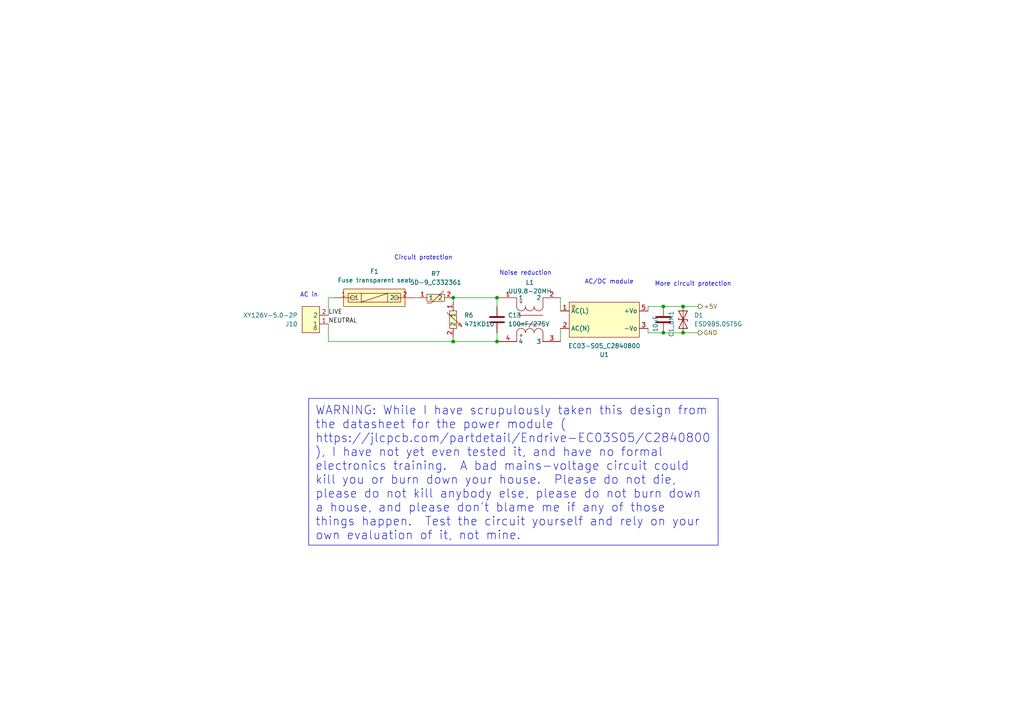
<source format=kicad_sch>
(kicad_sch (version 20230121) (generator eeschema)
  (paper "A4")
  (lib_symbols
    (symbol "Device:C" (pin_numbers hide) (pin_names (offset 0.254))
      (property "Reference" "C" (at 0.635 2.54 0))
      (property "Value" "C" (at 0.635 -2.54 0))
      (symbol "C_0_1"
        (polyline (pts (xy -2.032 -0.762) (xy 2.032 -0.762)) (stroke (width 0.508)))
        (polyline (pts (xy -2.032 0.762) (xy 2.032 0.762)) (stroke (width 0.508)))
      )
      (symbol "C_1_1"
        (pin passive line (at 0 3.81 270) (length 2.794) (name "~") (number "1"))
        (pin passive line (at 0 -3.81 90) (length 2.794) (name "~") (number "2"))
      )
    )
    (symbol "Diode:ESD9B5.0ST5G" (pin_numbers hide) (pin_names (offset 1.016) hide)
      (property "Reference" "D" (at 0 2.54 0))
      (property "Value" "ESD9B5.0ST5G" (at 0 -2.54 0))
      (symbol "ESD9B5.0ST5G_0_1"
        (polyline (pts (xy 1.27 0) (xy -1.27 0)))
        (polyline (pts (xy -2.54 -1.27) (xy 0 0) (xy -2.54 1.27) (xy -2.54 -1.27)) (stroke (width 0.2032)))
        (polyline (pts (xy 0.508 1.27) (xy 0 1.27) (xy 0 -1.27) (xy -0.508 -1.27)) (stroke (width 0.2032)))
        (polyline (pts (xy 2.54 1.27) (xy 2.54 -1.27) (xy 0 0) (xy 2.54 1.27)) (stroke (width 0.2032)))
      )
      (symbol "ESD9B5.0ST5G_1_1"
        (pin passive line (at -3.81 0 0) (length 2.54) (name "A1") (number "1"))
        (pin passive line (at 3.81 0 180) (length 2.54) (name "A2") (number "2"))
      )
    )
    (symbol "easyeda2kicad:471KD10"
      (property "Reference" "R" (at 0 5.08 0))
      (property "Value" "471KD10" (at 0 -5.08 0))
      (symbol "471KD10_0_1"
        (rectangle (start -2.54 1.02) (end 2.54 -1.02) (fill (type background)))
        (polyline (pts (xy 1.52 2.03) (xy -2.03 -1.78)))
        (polyline (pts (xy 1.02 2.03) (xy 2.03 2.54) (xy 1.52 1.52) (xy 1.02 2.03)) (fill (type background)))
        (pin unspecified line (at -5.08 0 0) (length 2.54) (name "1") (number "1"))
        (pin unspecified line (at 5.08 0 180) (length 2.54) (name "2") (number "2"))
      )
    )
    (symbol "easyeda2kicad:5D-9_C332361"
      (property "Reference" "R" (at 0 5.08 0))
      (property "Value" "5D-9_C332361" (at 0 -5.08 0))
      (symbol "5D-9_C332361_0_1"
        (rectangle (start -2.54 1.02) (end 2.54 -1.02) (fill (type background)))
        (polyline (pts (xy -2.54 -1.52) (xy -1.27 -1.52) (xy 2.29 2.03)))
        (pin input line (at -5.08 0 0) (length 2.54) (name "1") (number "1"))
        (pin input line (at 5.08 0 180) (length 2.54) (name "2") (number "2"))
      )
    )
    (symbol "easyeda2kicad:EC03-S05_C2840800"
      (property "Reference" "U" (at 0 7.62 0))
      (property "Value" "EC03-S05_C2840800" (at 0 -7.62 0))
      (symbol "EC03-S05_C2840800_0_1"
        (rectangle (start -10.16 5.08) (end 10.16 -5.08) (fill (type background)))
        (circle (center -8.89 3.81) (radius 0.38))
        (pin unspecified line (at -12.7 2.54 0) (length 2.54) (name "AC(L)") (number "1"))
        (pin unspecified line (at -12.7 -2.54 0) (length 2.54) (name "AC(N)") (number "2"))
        (pin unspecified line (at 12.7 -2.54 180) (length 2.54) (name "-Vo") (number "3"))
        (pin unspecified line (at 12.7 2.54 180) (length 2.54) (name "+Vo") (number "5"))
      )
    )
    (symbol "easyeda2kicad:Fusetransparentseat"
      (property "Reference" "F" (at 0 5.08 0))
      (property "Value" "Fuse transparent seat" (at 0 -5.08 0))
      (symbol "Fusetransparentseat_0_1"
        (rectangle (start -8.89 2.54) (end 8.89 -2.54) (fill (type background)))
        (rectangle (start -7.62 1.27) (end 7.62 -1.27) (fill (type background)))
        (circle (center -6.35 0) (radius 0.64))
        (polyline (pts (xy -3.81 1.27) (xy -3.81 -1.27)))
        (polyline (pts (xy 3.81 1.27) (xy -3.81 -1.27)))
        (polyline (pts (xy 3.81 1.27) (xy 3.81 -1.27)))
        (circle (center 6.35 0) (radius 0.64))
        (pin unspecified line (at -11.43 0 0) (length 5.08) (name "1") (number "1"))
        (pin unspecified line (at 11.43 0 180) (length 5.08) (name "2") (number "2"))
      )
    )
    (symbol "easyeda2kicad:UU9.8-20MH"
      (property "Reference" "L" (at 0 10.16 0))
      (property "Value" "UU9.8-20MH" (at 0 -12.7 0))
      (symbol "UU9.8-20MH_0_1"
        (arc (start -5.08 2.539) (mid -3.81 1.27) (end -2.54 2.539))
        (circle (center -3.81 -5.84) (radius 0.25))
        (circle (center -3.81 3.81) (radius 0.25))
        (arc (start -2.54 -5.079) (mid -3.81 -3.81) (end -5.08 -5.079))
        (arc (start -2.54 2.539) (mid -1.27 1.27) (end 0 2.539))
        (arc (start 0 -5.079) (mid -1.27 -3.81) (end -2.54 -5.079))
        (polyline (pts (xy -5.08 -7.62) (xy -5.08 -5.08)))
        (polyline (pts (xy -5.08 -2.54) (xy 2.54 -2.54)))
        (polyline (pts (xy -5.08 0) (xy 2.54 0)))
        (polyline (pts (xy -5.08 5.08) (xy -5.08 2.54)))
        (polyline (pts (xy 2.54 -7.62) (xy 2.54 -5.08)))
        (polyline (pts (xy 2.54 5.08) (xy 2.54 2.54)))
        (arc (start 0 2.539) (mid 1.27 1.27) (end 2.54 2.539))
        (arc (start 2.54 -5.079) (mid 1.27 -3.81) (end 0 -5.079))
        (pin unspecified line (at -10.16 5.08 0) (length 5.08) (name "1") (number "1"))
        (pin unspecified line (at 7.62 5.08 180) (length 5.08) (name "2") (number "2"))
        (pin unspecified line (at 7.62 -7.62 180) (length 5.08) (name "3") (number "3"))
        (pin unspecified line (at -10.16 -7.62 0) (length 5.08) (name "4") (number "4"))
      )
    )
    (symbol "easyeda2kicad:XY126V-5.0-2P"
      (property "Reference" "U" (at 0 6.35 0))
      (property "Value" "XY126V-5.0-2P" (at 0 -6.35 0))
      (symbol "XY126V-5.0-2P_0_1"
        (rectangle (start -2.54 3.81) (end 2.54 -3.81) (fill (type background)))
        (circle (center -1.27 2.54) (radius 0.38))
        (pin unspecified line (at -5.08 1.27 0) (length 2.54) (name "1") (number "1"))
        (pin unspecified line (at -5.08 -1.27 0) (length 2.54) (name "2") (number "2"))
      )
    )
  )
  (junction (at 144.145 86.36))
  (junction (at 192.405 88.9))
  (junction (at 198.12 96.52))
  (junction (at 198.12 88.9))
  (junction (at 144.145 99.06))
  (junction (at 131.445 86.36))
  (junction (at 131.445 99.06))
  (junction (at 192.405 96.52))
  (wire (pts (xy 162.56 95.25) (xy 162.56 99.06)))
  (wire (pts (xy 95.25 93.98) (xy 95.25 99.06)))
  (wire (pts (xy 162.56 86.36) (xy 162.56 90.17)))
  (wire (pts (xy 131.445 86.36) (xy 131.445 87.63)))
  (wire (pts (xy 187.96 95.25) (xy 187.96 96.52)))
  (wire (pts (xy 192.405 88.9) (xy 198.12 88.9)))
  (wire (pts (xy 95.25 99.06) (xy 131.445 99.06)))
  (wire (pts (xy 187.96 88.9) (xy 192.405 88.9)))
  (wire (pts (xy 144.78 86.36) (xy 144.145 86.36)))
  (wire (pts (xy 187.96 90.17) (xy 187.96 88.9)))
  (wire (pts (xy 144.78 99.06) (xy 144.145 99.06)))
  (wire (pts (xy 121.285 86.36) (xy 120.015 86.36)))
  (wire (pts (xy 198.12 88.9) (xy 202.565 88.9)))
  (wire (pts (xy 144.145 96.52) (xy 144.145 99.06)))
  (wire (pts (xy 144.145 86.36) (xy 131.445 86.36)))
  (wire (pts (xy 198.12 96.52) (xy 202.565 96.52)))
  (wire (pts (xy 187.96 96.52) (xy 192.405 96.52)))
  (wire (pts (xy 95.25 86.36) (xy 97.155 86.36)))
  (wire (pts (xy 131.445 99.06) (xy 131.445 97.79)))
  (wire (pts (xy 192.405 96.52) (xy 198.12 96.52)))
  (wire (pts (xy 144.145 99.06) (xy 131.445 99.06)))
  (wire (pts (xy 95.25 86.36) (xy 95.25 91.44)))
  (wire (pts (xy 144.145 86.36) (xy 144.145 88.9)))
  (text_box "WARNING: While I have scrupulously taken this design from the datasheet for the power module ( https://jlcpcb.com/partdetail/Endrive-EC03S05/C2840800 ), I have not yet even tested it, and have no formal electronics training.  A bad mains-voltage circuit could kill you or burn down your house.  Please do not die, please do not kill anybody else, please do not burn down a house, and please don't blame me if any of those things happen.  Test the circuit yourself and rely on your own evaluation of it, not mine." (at 89.535 115.57 0) (size 118.745 42.545) (effects (font (size 2.5 2.5)) (justify left top)))
  (text "AC in" (at 86.995 86.36 0) (effects (font (size 1.27 1.27)) (justify left bottom)))
  (text "AC/DC module" (at 169.545 82.55 0) (effects (font (size 1.27 1.27)) (justify left bottom)))
  (text "More circuit protection" (at 189.865 83.185 0) (effects (font (size 1.27 1.27)) (justify left bottom)))
  (text "Circuit protection" (at 114.3 75.565 0) (effects (font (size 1.27 1.27)) (justify left bottom)))
  (text "Noise reduction" (at 144.78 80.01 0) (effects (font (size 1.27 1.27)) (justify left bottom)))
  (label "LIVE" (at 95.25 91.44 0))
  (label "NEUTRAL" (at 95.25 93.98 0))
  (hierarchical_label "+5V" (shape output) (at 202.565 88.9 0))
  (hierarchical_label "GND" (shape output) (at 202.565 96.52 0))
  (symbol (lib_id "easyeda2kicad:UU9.8-20MH") (at 154.94 91.44 0) (unit 1)
    (property "Reference" "L1" (at 153.67 81.915 0))
    (property "Value" "UU9.8-20MH" (at 153.67 84.455 0))
    (property "Footprint" "easyeda2kicad:FILTER-TH_4P-L17.0-W12.0-P7.00-D0.6-S8.00" (effects hide))
    (property "Datasheet" "https://lcsc.com/product-detail/Common-Mode-Chokes-Filters_Guangdong-Fenghua-Advanced-Tech-UU9-8-20mH_C164623.html" (effects hide))
    (property "LCSC Part" "C164623" (effects hide))
    (instances (project "kiln_controller" (path "" (reference "L1") (unit 1))) (project "kicad_deps" (path "" (reference "L1_M5V1") (unit 1))))
  )
  (symbol (lib_id "easyeda2kicad:Fusetransparentseat") (at 108.585 86.36 0) (unit 1)
    (property "Reference" "F1" (at 108.585 78.74 0))
    (property "Value" "Fuse transparent seat" (at 108.585 81.28 0))
    (property "Footprint" "easyeda2kicad:FUSE-TH_L24.5-W9.8-P22.5" (effects hide))
    (property "Datasheet" "https://lcsc.com/product-detail/Fuseholders_Fuse-transparent-seat_C58066.html" (effects hide))
    (property "MFR" "C58066" (effects hide))
    (property "LCSC" "C58066" (effects hide))
    (property "Description" "-  Fuse Holders ROHS" (effects hide))
    (property "URL" "https://jlcpcb.com/partdetail/XuchengElec-C58066/C58066" (effects hide))
    (instances (project "kiln_controller" (path "" (reference "F1") (unit 1))) (project "kicad_deps" (path "" (reference "F1_M5V1") (unit 1))))
  )
  (symbol (lib_id "easyeda2kicad:5D-9_C332361") (at 126.365 86.36 0) (unit 1)
    (property "Reference" "R7" (at 126.365 79.375 0))
    (property "Value" "5D-9_C332361" (at 126.365 81.915 0))
    (property "Footprint" "easyeda2kicad:RES-TH_L11.0-W5.5-P7.50-D0.8-S5.50" (effects hide))
    (property "Datasheet" "https://lcsc.com/product-detail/Others_Hongzhi-Elec-5D-9_C332361.html" (effects hide))
    (property "MFR" "5D-9" (effects hide))
    (property "LCSC" "C332361" (effects hide))
    (property "Description" "5Ω 3A 2700K Plugin,P=7.5mm  NTC Thermistors ROHS" (effects hide))
    (property "URL" "https://jlcpcb.com/partdetail/HongzhiElec-5D9/C332361" (effects hide))
    (instances (project "kiln_controller" (path "" (reference "R7") (unit 1))) (project "kicad_deps" (path "" (reference "R1_M5V1") (unit 1))))
  )
  (symbol (lib_id "easyeda2kicad:471KD10") (at 131.445 92.71 270) (unit 1)
    (property "Reference" "R6" (at 134.62 91.44 90) (effects (justify left)))
    (property "Value" "471KD10" (at 134.62 93.98 90) (effects (justify left)))
    (property "Footprint" "easyeda2kicad:RES-TH_L12.5-W4.8-P7.50-D1.2-S3.40" (effects hide))
    (property "Datasheet" "https://lcsc.com/product-detail/Varistors_471KD10_C78346.html" (effects hide))
    (property "MFR" "471KD10" (effects hide))
    (property "LCSC" "C78346" (effects hide))
    (property "Description" "775V 385V 300V 470V Plugin  Varistors ROHS" (effects hide))
    (property "URL" "https://jlcpcb.com/partdetail/Brightking-471KD10/C78346" (effects hide))
    (instances (project "kiln_controller" (path "" (reference "R6") (unit 1))) (project "kicad_deps" (path "" (reference "R2_M5V1") (unit 1))))
  )
  (symbol (lib_id "Device:C") (at 144.145 92.71 0) (unit 1)
    (property "Reference" "C13" (at 147.32 91.44 0) (effects (justify left)))
    (property "Value" "100nF/275V" (at 147.32 93.98 0) (effects (justify left)))
    (property "Footprint" "Capacitor_THT:C_Rect_L13.0mm_W6.0mm_P10.00mm_FKS3_FKP3_MKS4" (effects hide))
    (property "MFR" "MPX104K31C3KN15600" (effects hide))
    (property "LCSC" "C489079" (effects hide))
    (property "Description" "100nF ±10% X2 Plugin,P=10mm  Suppression Capacitors ROHS" (effects hide))
    (property "URL" "https://jlcpcb.com/partdetail/Knscha-MPX104K31C3KN15600/C489079" (effects hide))
    (instances (project "kiln_controller" (path "" (reference "C13") (unit 1))) (project "kicad_deps" (path "" (reference "C1_M5V1") (unit 1))))
  )
  (symbol (lib_id "easyeda2kicad:EC03-S05_C2840800") (at 175.26 92.71 0) (unit 1)
    (property "Reference" "U1" (at 175.26 102.87 0))
    (property "Value" "EC03-S05_C2840800" (at 175.26 100.33 0))
    (property "Footprint" "easyeda2kicad:PWRM-TH_EC03-S05" (effects hide))
    (property "MFR" "EC03-S05" (effects hide))
    (property "LCSC" "C2840800" (effects hide))
    (property "Description" "5V 85VAC~264VAC 600mA 120V~370V 3W AC-DC 75% Plugin  Power Modules ROHS" (effects hide))
    (property "URL" "https://jlcpcb.com/partdetail/Endrive-EC03S05/C2840800" (effects hide))
    (instances (project "kiln_controller" (path "" (reference "U1") (unit 1))) (project "kicad_deps" (path "" (reference "U1_M5V1") (unit 1))))
  )
  (symbol (lib_id "easyeda2kicad:XY126V-5.0-2P") (at 90.17 92.71 180) (unit 1)
    (property "Reference" "J10" (at 86.36 93.98 0) (effects (justify left)))
    (property "Value" "XY126V-5.0-2P" (at 86.36 91.44 0) (effects (justify left)))
    (property "Footprint" "easyeda2kicad:CONN-TH_XY126V-5.0-2P" (effects hide))
    (property "Datasheet" "https://lcsc.com/product-detail/Screw-terminal_XY126V-5-0-2P_C557646.html" (effects hide))
    (property "MFR" "XY126V-5.0-2P" (effects hide))
    (property "LCSC" "C557646" (effects hide))
    (property "Description" "1x2P 10A 300V Green 14~26 Straight 5mm 2.5 1 2 Plugin,P=5mm  Screw terminal ROHS" (effects hide))
    (property "URL" "https://jlcpcb.com/partdetail/Ningbo_Xinlaiya_elec-XY126V_5_02P/C557646" (effects hide))
    (instances (project "kiln_controller" (path "" (reference "J10") (unit 1))) (project "kicad_deps" (path "" (reference "J1_M5V1") (unit 1))))
  )
  (symbol (lib_id "Diode:ESD9B5.0ST5G") (at 198.12 92.71 90) (unit 1)
    (property "Reference" "D1" (at 201.295 91.44 90) (effects (justify right)))
    (property "Value" "ESD9B5.0ST5G" (at 201.295 93.98 90) (effects (justify right)))
    (property "Footprint" "Diode_SMD:D_SOD-923" (effects hide))
    (property "Datasheet" "https://www.onsemi.com/pub/Collateral/ESD9B-D.PDF" (effects hide))
    (property "MFR" "ESD9B5.0ST5G" (effects hide))
    (property "LCSC" "C3021104" (effects hide))
    (property "Description" "SOD-923  ESD Protection Devices ROHS" (effects hide))
    (property "URL" "https://jlcpcb.com/partdetail/TechPublic-ESD9B50ST5G/C3021104" (effects hide))
    (instances (project "kiln_controller" (path "" (reference "D1") (unit 1))) (project "kicad_deps" (path "" (reference "D1_M5V1") (unit 1))))
  )
  (symbol (lib_id "Device:C") (at 192.405 92.71 180) (unit 1)
    (property "Reference" "C1_UM1" (at 194.695 93.96 90))
    (property "Value" "10uF" (at 190.105 93.96 90))
    (property "Footprint" "Capacitor_SMD:C_0805_2012Metric" (effects hide))
    (property "MFR" "CL21A106KOQNNNE" (effects hide))
    (property "LCSC" "C1713" (effects hide))
    (instances (project "kiln_controller" (path "" (reference "C1_UM1") (unit 1)) (path "" (reference "C1_UM2") (unit 1))) (project "kicad_deps" (path "" (reference "C1_M5V1") (unit 1))))
  )
)
</source>
